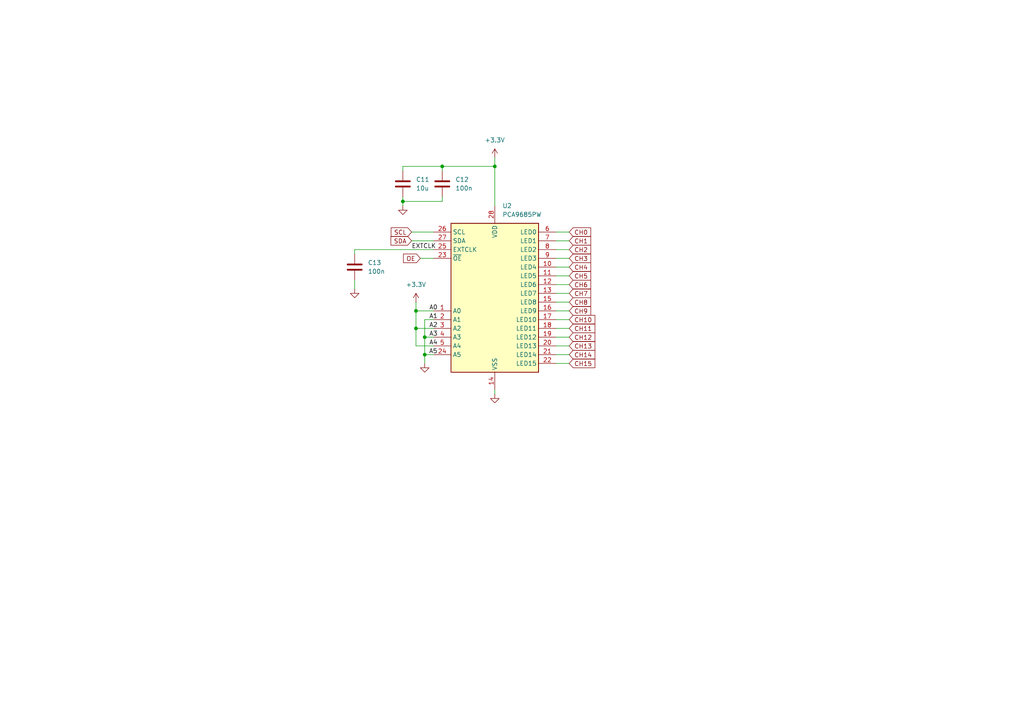
<source format=kicad_sch>
(kicad_sch
	(version 20231120)
	(generator "eeschema")
	(generator_version "8.0")
	(uuid "de0c18ae-7fca-4a10-8ec2-a957cdf7b531")
	(paper "A4")
	(lib_symbols
		(symbol "Device:C"
			(pin_numbers hide)
			(pin_names
				(offset 0.254)
			)
			(exclude_from_sim no)
			(in_bom yes)
			(on_board yes)
			(property "Reference" "C"
				(at 0.635 2.54 0)
				(effects
					(font
						(size 1.27 1.27)
					)
					(justify left)
				)
			)
			(property "Value" "C"
				(at 0.635 -2.54 0)
				(effects
					(font
						(size 1.27 1.27)
					)
					(justify left)
				)
			)
			(property "Footprint" ""
				(at 0.9652 -3.81 0)
				(effects
					(font
						(size 1.27 1.27)
					)
					(hide yes)
				)
			)
			(property "Datasheet" "~"
				(at 0 0 0)
				(effects
					(font
						(size 1.27 1.27)
					)
					(hide yes)
				)
			)
			(property "Description" "Unpolarized capacitor"
				(at 0 0 0)
				(effects
					(font
						(size 1.27 1.27)
					)
					(hide yes)
				)
			)
			(property "ki_keywords" "cap capacitor"
				(at 0 0 0)
				(effects
					(font
						(size 1.27 1.27)
					)
					(hide yes)
				)
			)
			(property "ki_fp_filters" "C_*"
				(at 0 0 0)
				(effects
					(font
						(size 1.27 1.27)
					)
					(hide yes)
				)
			)
			(symbol "C_0_1"
				(polyline
					(pts
						(xy -2.032 -0.762) (xy 2.032 -0.762)
					)
					(stroke
						(width 0.508)
						(type default)
					)
					(fill
						(type none)
					)
				)
				(polyline
					(pts
						(xy -2.032 0.762) (xy 2.032 0.762)
					)
					(stroke
						(width 0.508)
						(type default)
					)
					(fill
						(type none)
					)
				)
			)
			(symbol "C_1_1"
				(pin passive line
					(at 0 3.81 270)
					(length 2.794)
					(name "~"
						(effects
							(font
								(size 1.27 1.27)
							)
						)
					)
					(number "1"
						(effects
							(font
								(size 1.27 1.27)
							)
						)
					)
				)
				(pin passive line
					(at 0 -3.81 90)
					(length 2.794)
					(name "~"
						(effects
							(font
								(size 1.27 1.27)
							)
						)
					)
					(number "2"
						(effects
							(font
								(size 1.27 1.27)
							)
						)
					)
				)
			)
		)
		(symbol "Driver_LED:PCA9685PW"
			(exclude_from_sim no)
			(in_bom yes)
			(on_board yes)
			(property "Reference" "U"
				(at -12.7 22.225 0)
				(effects
					(font
						(size 1.27 1.27)
					)
					(justify left)
				)
			)
			(property "Value" "PCA9685PW"
				(at 1.27 22.225 0)
				(effects
					(font
						(size 1.27 1.27)
					)
					(justify left)
				)
			)
			(property "Footprint" "Package_SO:TSSOP-28_4.4x9.7mm_P0.65mm"
				(at 0.635 -24.765 0)
				(effects
					(font
						(size 1.27 1.27)
					)
					(justify left)
					(hide yes)
				)
			)
			(property "Datasheet" "http://www.nxp.com/docs/en/data-sheet/PCA9685.pdf"
				(at -10.16 17.78 0)
				(effects
					(font
						(size 1.27 1.27)
					)
					(hide yes)
				)
			)
			(property "Description" "16-channel 12-bit PWM Fm+ I2C-bus LED controller RGBA TSSOP"
				(at 0 0 0)
				(effects
					(font
						(size 1.27 1.27)
					)
					(hide yes)
				)
			)
			(property "ki_keywords" "PWM LED driver I2C TSSOP"
				(at 0 0 0)
				(effects
					(font
						(size 1.27 1.27)
					)
					(hide yes)
				)
			)
			(property "ki_fp_filters" "TSSOP*4.4x9.7mm*P0.65mm*"
				(at 0 0 0)
				(effects
					(font
						(size 1.27 1.27)
					)
					(hide yes)
				)
			)
			(symbol "PCA9685PW_0_1"
				(rectangle
					(start -12.7 20.32)
					(end 12.7 -22.86)
					(stroke
						(width 0.254)
						(type default)
					)
					(fill
						(type background)
					)
				)
			)
			(symbol "PCA9685PW_1_1"
				(pin input line
					(at -17.78 -5.08 0)
					(length 5.08)
					(name "A0"
						(effects
							(font
								(size 1.27 1.27)
							)
						)
					)
					(number "1"
						(effects
							(font
								(size 1.27 1.27)
							)
						)
					)
				)
				(pin output line
					(at 17.78 7.62 180)
					(length 5.08)
					(name "LED4"
						(effects
							(font
								(size 1.27 1.27)
							)
						)
					)
					(number "10"
						(effects
							(font
								(size 1.27 1.27)
							)
						)
					)
				)
				(pin output line
					(at 17.78 5.08 180)
					(length 5.08)
					(name "LED5"
						(effects
							(font
								(size 1.27 1.27)
							)
						)
					)
					(number "11"
						(effects
							(font
								(size 1.27 1.27)
							)
						)
					)
				)
				(pin output line
					(at 17.78 2.54 180)
					(length 5.08)
					(name "LED6"
						(effects
							(font
								(size 1.27 1.27)
							)
						)
					)
					(number "12"
						(effects
							(font
								(size 1.27 1.27)
							)
						)
					)
				)
				(pin output line
					(at 17.78 0 180)
					(length 5.08)
					(name "LED7"
						(effects
							(font
								(size 1.27 1.27)
							)
						)
					)
					(number "13"
						(effects
							(font
								(size 1.27 1.27)
							)
						)
					)
				)
				(pin power_in line
					(at 0 -27.94 90)
					(length 5.08)
					(name "VSS"
						(effects
							(font
								(size 1.27 1.27)
							)
						)
					)
					(number "14"
						(effects
							(font
								(size 1.27 1.27)
							)
						)
					)
				)
				(pin output line
					(at 17.78 -2.54 180)
					(length 5.08)
					(name "LED8"
						(effects
							(font
								(size 1.27 1.27)
							)
						)
					)
					(number "15"
						(effects
							(font
								(size 1.27 1.27)
							)
						)
					)
				)
				(pin output line
					(at 17.78 -5.08 180)
					(length 5.08)
					(name "LED9"
						(effects
							(font
								(size 1.27 1.27)
							)
						)
					)
					(number "16"
						(effects
							(font
								(size 1.27 1.27)
							)
						)
					)
				)
				(pin output line
					(at 17.78 -7.62 180)
					(length 5.08)
					(name "LED10"
						(effects
							(font
								(size 1.27 1.27)
							)
						)
					)
					(number "17"
						(effects
							(font
								(size 1.27 1.27)
							)
						)
					)
				)
				(pin output line
					(at 17.78 -10.16 180)
					(length 5.08)
					(name "LED11"
						(effects
							(font
								(size 1.27 1.27)
							)
						)
					)
					(number "18"
						(effects
							(font
								(size 1.27 1.27)
							)
						)
					)
				)
				(pin output line
					(at 17.78 -12.7 180)
					(length 5.08)
					(name "LED12"
						(effects
							(font
								(size 1.27 1.27)
							)
						)
					)
					(number "19"
						(effects
							(font
								(size 1.27 1.27)
							)
						)
					)
				)
				(pin input line
					(at -17.78 -7.62 0)
					(length 5.08)
					(name "A1"
						(effects
							(font
								(size 1.27 1.27)
							)
						)
					)
					(number "2"
						(effects
							(font
								(size 1.27 1.27)
							)
						)
					)
				)
				(pin output line
					(at 17.78 -15.24 180)
					(length 5.08)
					(name "LED13"
						(effects
							(font
								(size 1.27 1.27)
							)
						)
					)
					(number "20"
						(effects
							(font
								(size 1.27 1.27)
							)
						)
					)
				)
				(pin output line
					(at 17.78 -17.78 180)
					(length 5.08)
					(name "LED14"
						(effects
							(font
								(size 1.27 1.27)
							)
						)
					)
					(number "21"
						(effects
							(font
								(size 1.27 1.27)
							)
						)
					)
				)
				(pin output line
					(at 17.78 -20.32 180)
					(length 5.08)
					(name "LED15"
						(effects
							(font
								(size 1.27 1.27)
							)
						)
					)
					(number "22"
						(effects
							(font
								(size 1.27 1.27)
							)
						)
					)
				)
				(pin input line
					(at -17.78 10.16 0)
					(length 5.08)
					(name "~{OE}"
						(effects
							(font
								(size 1.27 1.27)
							)
						)
					)
					(number "23"
						(effects
							(font
								(size 1.27 1.27)
							)
						)
					)
				)
				(pin input line
					(at -17.78 -17.78 0)
					(length 5.08)
					(name "A5"
						(effects
							(font
								(size 1.27 1.27)
							)
						)
					)
					(number "24"
						(effects
							(font
								(size 1.27 1.27)
							)
						)
					)
				)
				(pin input line
					(at -17.78 12.7 0)
					(length 5.08)
					(name "EXTCLK"
						(effects
							(font
								(size 1.27 1.27)
							)
						)
					)
					(number "25"
						(effects
							(font
								(size 1.27 1.27)
							)
						)
					)
				)
				(pin input line
					(at -17.78 17.78 0)
					(length 5.08)
					(name "SCL"
						(effects
							(font
								(size 1.27 1.27)
							)
						)
					)
					(number "26"
						(effects
							(font
								(size 1.27 1.27)
							)
						)
					)
				)
				(pin bidirectional line
					(at -17.78 15.24 0)
					(length 5.08)
					(name "SDA"
						(effects
							(font
								(size 1.27 1.27)
							)
						)
					)
					(number "27"
						(effects
							(font
								(size 1.27 1.27)
							)
						)
					)
				)
				(pin power_in line
					(at 0 25.4 270)
					(length 5.08)
					(name "VDD"
						(effects
							(font
								(size 1.27 1.27)
							)
						)
					)
					(number "28"
						(effects
							(font
								(size 1.27 1.27)
							)
						)
					)
				)
				(pin input line
					(at -17.78 -10.16 0)
					(length 5.08)
					(name "A2"
						(effects
							(font
								(size 1.27 1.27)
							)
						)
					)
					(number "3"
						(effects
							(font
								(size 1.27 1.27)
							)
						)
					)
				)
				(pin input line
					(at -17.78 -12.7 0)
					(length 5.08)
					(name "A3"
						(effects
							(font
								(size 1.27 1.27)
							)
						)
					)
					(number "4"
						(effects
							(font
								(size 1.27 1.27)
							)
						)
					)
				)
				(pin input line
					(at -17.78 -15.24 0)
					(length 5.08)
					(name "A4"
						(effects
							(font
								(size 1.27 1.27)
							)
						)
					)
					(number "5"
						(effects
							(font
								(size 1.27 1.27)
							)
						)
					)
				)
				(pin output line
					(at 17.78 17.78 180)
					(length 5.08)
					(name "LED0"
						(effects
							(font
								(size 1.27 1.27)
							)
						)
					)
					(number "6"
						(effects
							(font
								(size 1.27 1.27)
							)
						)
					)
				)
				(pin output line
					(at 17.78 15.24 180)
					(length 5.08)
					(name "LED1"
						(effects
							(font
								(size 1.27 1.27)
							)
						)
					)
					(number "7"
						(effects
							(font
								(size 1.27 1.27)
							)
						)
					)
				)
				(pin output line
					(at 17.78 12.7 180)
					(length 5.08)
					(name "LED2"
						(effects
							(font
								(size 1.27 1.27)
							)
						)
					)
					(number "8"
						(effects
							(font
								(size 1.27 1.27)
							)
						)
					)
				)
				(pin output line
					(at 17.78 10.16 180)
					(length 5.08)
					(name "LED3"
						(effects
							(font
								(size 1.27 1.27)
							)
						)
					)
					(number "9"
						(effects
							(font
								(size 1.27 1.27)
							)
						)
					)
				)
			)
		)
		(symbol "power:+3.3V"
			(power)
			(pin_numbers hide)
			(pin_names
				(offset 0) hide)
			(exclude_from_sim no)
			(in_bom yes)
			(on_board yes)
			(property "Reference" "#PWR"
				(at 0 -3.81 0)
				(effects
					(font
						(size 1.27 1.27)
					)
					(hide yes)
				)
			)
			(property "Value" "+3.3V"
				(at 0 3.556 0)
				(effects
					(font
						(size 1.27 1.27)
					)
				)
			)
			(property "Footprint" ""
				(at 0 0 0)
				(effects
					(font
						(size 1.27 1.27)
					)
					(hide yes)
				)
			)
			(property "Datasheet" ""
				(at 0 0 0)
				(effects
					(font
						(size 1.27 1.27)
					)
					(hide yes)
				)
			)
			(property "Description" "Power symbol creates a global label with name \"+3.3V\""
				(at 0 0 0)
				(effects
					(font
						(size 1.27 1.27)
					)
					(hide yes)
				)
			)
			(property "ki_keywords" "global power"
				(at 0 0 0)
				(effects
					(font
						(size 1.27 1.27)
					)
					(hide yes)
				)
			)
			(symbol "+3.3V_0_1"
				(polyline
					(pts
						(xy -0.762 1.27) (xy 0 2.54)
					)
					(stroke
						(width 0)
						(type default)
					)
					(fill
						(type none)
					)
				)
				(polyline
					(pts
						(xy 0 0) (xy 0 2.54)
					)
					(stroke
						(width 0)
						(type default)
					)
					(fill
						(type none)
					)
				)
				(polyline
					(pts
						(xy 0 2.54) (xy 0.762 1.27)
					)
					(stroke
						(width 0)
						(type default)
					)
					(fill
						(type none)
					)
				)
			)
			(symbol "+3.3V_1_1"
				(pin power_in line
					(at 0 0 90)
					(length 0)
					(name "~"
						(effects
							(font
								(size 1.27 1.27)
							)
						)
					)
					(number "1"
						(effects
							(font
								(size 1.27 1.27)
							)
						)
					)
				)
			)
		)
		(symbol "power:GND"
			(power)
			(pin_numbers hide)
			(pin_names
				(offset 0) hide)
			(exclude_from_sim no)
			(in_bom yes)
			(on_board yes)
			(property "Reference" "#PWR"
				(at 0 -6.35 0)
				(effects
					(font
						(size 1.27 1.27)
					)
					(hide yes)
				)
			)
			(property "Value" "GND"
				(at 0 -3.81 0)
				(effects
					(font
						(size 1.27 1.27)
					)
				)
			)
			(property "Footprint" ""
				(at 0 0 0)
				(effects
					(font
						(size 1.27 1.27)
					)
					(hide yes)
				)
			)
			(property "Datasheet" ""
				(at 0 0 0)
				(effects
					(font
						(size 1.27 1.27)
					)
					(hide yes)
				)
			)
			(property "Description" "Power symbol creates a global label with name \"GND\" , ground"
				(at 0 0 0)
				(effects
					(font
						(size 1.27 1.27)
					)
					(hide yes)
				)
			)
			(property "ki_keywords" "global power"
				(at 0 0 0)
				(effects
					(font
						(size 1.27 1.27)
					)
					(hide yes)
				)
			)
			(symbol "GND_0_1"
				(polyline
					(pts
						(xy 0 0) (xy 0 -1.27) (xy 1.27 -1.27) (xy 0 -2.54) (xy -1.27 -1.27) (xy 0 -1.27)
					)
					(stroke
						(width 0)
						(type default)
					)
					(fill
						(type none)
					)
				)
			)
			(symbol "GND_1_1"
				(pin power_in line
					(at 0 0 270)
					(length 0)
					(name "~"
						(effects
							(font
								(size 1.27 1.27)
							)
						)
					)
					(number "1"
						(effects
							(font
								(size 1.27 1.27)
							)
						)
					)
				)
			)
		)
	)
	(junction
		(at 116.84 58.42)
		(diameter 0)
		(color 0 0 0 0)
		(uuid "1983dcd7-48f7-4219-aea5-00e5df4f01ad")
	)
	(junction
		(at 123.19 97.79)
		(diameter 0)
		(color 0 0 0 0)
		(uuid "52c77572-af1e-4664-bbb2-4051ec622656")
	)
	(junction
		(at 120.65 95.25)
		(diameter 0)
		(color 0 0 0 0)
		(uuid "5bee5e8f-29f6-406c-820d-eb6e10e2e3c4")
	)
	(junction
		(at 143.51 48.26)
		(diameter 0)
		(color 0 0 0 0)
		(uuid "81d872b9-8105-4996-ae22-c8f2699d6a11")
	)
	(junction
		(at 120.65 90.17)
		(diameter 0)
		(color 0 0 0 0)
		(uuid "97a9bc9b-3c61-461b-a7e6-02b858d0c2b5")
	)
	(junction
		(at 128.27 48.26)
		(diameter 0)
		(color 0 0 0 0)
		(uuid "d6d69ed0-c38c-4f0e-ab3e-57647e7ab998")
	)
	(junction
		(at 123.19 102.87)
		(diameter 0)
		(color 0 0 0 0)
		(uuid "fe7d132d-b2ec-44c2-9a3b-29b72d0a88a4")
	)
	(wire
		(pts
			(xy 161.29 67.31) (xy 165.1 67.31)
		)
		(stroke
			(width 0)
			(type default)
		)
		(uuid "08b6fd2c-e536-4ebd-9971-adbc43afdb8c")
	)
	(wire
		(pts
			(xy 161.29 82.55) (xy 165.1 82.55)
		)
		(stroke
			(width 0)
			(type default)
		)
		(uuid "0f056619-f6ae-4831-8cab-fdea19bd1217")
	)
	(wire
		(pts
			(xy 123.19 92.71) (xy 125.73 92.71)
		)
		(stroke
			(width 0)
			(type default)
		)
		(uuid "1858f83b-3c86-4bef-ba29-299d4575d45b")
	)
	(wire
		(pts
			(xy 128.27 58.42) (xy 116.84 58.42)
		)
		(stroke
			(width 0)
			(type default)
		)
		(uuid "1da8df9c-7f05-44b9-9525-88bd57f4e3a6")
	)
	(wire
		(pts
			(xy 116.84 49.53) (xy 116.84 48.26)
		)
		(stroke
			(width 0)
			(type default)
		)
		(uuid "2687d09c-2829-45d1-9117-3900822072d0")
	)
	(wire
		(pts
			(xy 161.29 77.47) (xy 165.1 77.47)
		)
		(stroke
			(width 0)
			(type default)
		)
		(uuid "26e3163b-996e-4d5c-bf6b-4b39bd579798")
	)
	(wire
		(pts
			(xy 161.29 105.41) (xy 165.1 105.41)
		)
		(stroke
			(width 0)
			(type default)
		)
		(uuid "286e3929-ed46-4715-83da-523011406ae7")
	)
	(wire
		(pts
			(xy 143.51 45.72) (xy 143.51 48.26)
		)
		(stroke
			(width 0)
			(type default)
		)
		(uuid "33a0789a-076c-4673-8811-084444950770")
	)
	(wire
		(pts
			(xy 120.65 100.33) (xy 120.65 95.25)
		)
		(stroke
			(width 0)
			(type default)
		)
		(uuid "36870b91-48f9-4769-88b7-1ddfe71adc60")
	)
	(wire
		(pts
			(xy 161.29 85.09) (xy 165.1 85.09)
		)
		(stroke
			(width 0)
			(type default)
		)
		(uuid "395735ba-c2f8-4d51-a73f-14434b123bee")
	)
	(wire
		(pts
			(xy 123.19 97.79) (xy 125.73 97.79)
		)
		(stroke
			(width 0)
			(type default)
		)
		(uuid "3c6a5b2e-2bd4-4cb6-aefa-3c4590df454d")
	)
	(wire
		(pts
			(xy 120.65 90.17) (xy 120.65 95.25)
		)
		(stroke
			(width 0)
			(type default)
		)
		(uuid "41018b7e-29c9-4398-acf8-18928fe26c0e")
	)
	(wire
		(pts
			(xy 143.51 48.26) (xy 128.27 48.26)
		)
		(stroke
			(width 0)
			(type default)
		)
		(uuid "4176b66a-58d6-4920-888f-925fbd2d69f0")
	)
	(wire
		(pts
			(xy 116.84 48.26) (xy 128.27 48.26)
		)
		(stroke
			(width 0)
			(type default)
		)
		(uuid "42138a43-2415-46b5-b61b-7497bfaee846")
	)
	(wire
		(pts
			(xy 161.29 102.87) (xy 165.1 102.87)
		)
		(stroke
			(width 0)
			(type default)
		)
		(uuid "4493defb-d84e-4645-9ca6-fdd4430c23b1")
	)
	(wire
		(pts
			(xy 102.87 81.28) (xy 102.87 83.82)
		)
		(stroke
			(width 0)
			(type default)
		)
		(uuid "4662c15e-6d6f-40e1-ab28-bf3cbb4a2255")
	)
	(wire
		(pts
			(xy 120.65 95.25) (xy 125.73 95.25)
		)
		(stroke
			(width 0)
			(type default)
		)
		(uuid "47b17a91-8060-40fd-896b-0baec90c81e5")
	)
	(wire
		(pts
			(xy 116.84 58.42) (xy 116.84 59.69)
		)
		(stroke
			(width 0)
			(type default)
		)
		(uuid "4f4b7779-f1b7-457b-adab-b580912bb8d9")
	)
	(wire
		(pts
			(xy 161.29 80.01) (xy 165.1 80.01)
		)
		(stroke
			(width 0)
			(type default)
		)
		(uuid "57299ce3-1e2c-40c4-9abf-6b17dfe9ae96")
	)
	(wire
		(pts
			(xy 119.38 67.31) (xy 125.73 67.31)
		)
		(stroke
			(width 0)
			(type default)
		)
		(uuid "623273a8-647f-4bb2-a2fd-71d361b745e0")
	)
	(wire
		(pts
			(xy 128.27 57.15) (xy 128.27 58.42)
		)
		(stroke
			(width 0)
			(type default)
		)
		(uuid "627778da-b2ba-4b64-bcb4-8a4c22e89d6a")
	)
	(wire
		(pts
			(xy 143.51 113.03) (xy 143.51 114.3)
		)
		(stroke
			(width 0)
			(type default)
		)
		(uuid "64c13b5e-a4bb-4333-8006-b2461a7c8a2b")
	)
	(wire
		(pts
			(xy 120.65 87.63) (xy 120.65 90.17)
		)
		(stroke
			(width 0)
			(type default)
		)
		(uuid "67b2c153-edcc-44f1-bd19-1decaa01218c")
	)
	(wire
		(pts
			(xy 161.29 95.25) (xy 165.1 95.25)
		)
		(stroke
			(width 0)
			(type default)
		)
		(uuid "67e916b2-a9d6-49d6-b14c-564ed6f40d51")
	)
	(wire
		(pts
			(xy 123.19 102.87) (xy 125.73 102.87)
		)
		(stroke
			(width 0)
			(type default)
		)
		(uuid "74028270-e3c7-4b8c-bb71-485dba5a5c3b")
	)
	(wire
		(pts
			(xy 116.84 58.42) (xy 116.84 57.15)
		)
		(stroke
			(width 0)
			(type default)
		)
		(uuid "8a8e909f-f888-419e-8569-42c887bc8dc1")
	)
	(wire
		(pts
			(xy 123.19 102.87) (xy 123.19 105.41)
		)
		(stroke
			(width 0)
			(type default)
		)
		(uuid "93adfd4d-1164-45c4-a582-a3cd4725c757")
	)
	(wire
		(pts
			(xy 161.29 72.39) (xy 165.1 72.39)
		)
		(stroke
			(width 0)
			(type default)
		)
		(uuid "958e4a7a-6a48-41b1-93b7-1103873cfb2c")
	)
	(wire
		(pts
			(xy 161.29 87.63) (xy 165.1 87.63)
		)
		(stroke
			(width 0)
			(type default)
		)
		(uuid "98282288-94e3-4136-8db5-47fab8445ce7")
	)
	(wire
		(pts
			(xy 161.29 100.33) (xy 165.1 100.33)
		)
		(stroke
			(width 0)
			(type default)
		)
		(uuid "9f3320ce-fafa-42a0-bbfb-f44565664896")
	)
	(wire
		(pts
			(xy 102.87 72.39) (xy 125.73 72.39)
		)
		(stroke
			(width 0)
			(type default)
		)
		(uuid "a1d8c36b-d15a-4fa4-b56b-deada9b94ef2")
	)
	(wire
		(pts
			(xy 120.65 100.33) (xy 125.73 100.33)
		)
		(stroke
			(width 0)
			(type default)
		)
		(uuid "a8ad9410-d693-4a9d-9256-2f52d55f745d")
	)
	(wire
		(pts
			(xy 161.29 69.85) (xy 165.1 69.85)
		)
		(stroke
			(width 0)
			(type default)
		)
		(uuid "b69bc656-9da9-44e5-9319-5b6cf0d4d75a")
	)
	(wire
		(pts
			(xy 128.27 49.53) (xy 128.27 48.26)
		)
		(stroke
			(width 0)
			(type default)
		)
		(uuid "bcc6e347-9f45-4c96-8263-cc1edf27a4dd")
	)
	(wire
		(pts
			(xy 161.29 74.93) (xy 165.1 74.93)
		)
		(stroke
			(width 0)
			(type default)
		)
		(uuid "c989f7b6-07c3-46c6-adfb-6c75b93fb8fc")
	)
	(wire
		(pts
			(xy 161.29 90.17) (xy 165.1 90.17)
		)
		(stroke
			(width 0)
			(type default)
		)
		(uuid "cda77b5c-efaf-456b-885f-e4e175400483")
	)
	(wire
		(pts
			(xy 119.38 69.85) (xy 125.73 69.85)
		)
		(stroke
			(width 0)
			(type default)
		)
		(uuid "d56a39ca-3ab7-4c8b-8211-175357e475a6")
	)
	(wire
		(pts
			(xy 161.29 92.71) (xy 165.1 92.71)
		)
		(stroke
			(width 0)
			(type default)
		)
		(uuid "d8dd9e7f-0afd-4cc0-8c62-bcff1036d370")
	)
	(wire
		(pts
			(xy 120.65 90.17) (xy 125.73 90.17)
		)
		(stroke
			(width 0)
			(type default)
		)
		(uuid "dafd0bf0-c465-4dbf-b14c-6b707eff2b61")
	)
	(wire
		(pts
			(xy 143.51 59.69) (xy 143.51 48.26)
		)
		(stroke
			(width 0)
			(type default)
		)
		(uuid "e09b7fb0-fba8-4f75-b9c4-28104467ec4c")
	)
	(wire
		(pts
			(xy 121.92 74.93) (xy 125.73 74.93)
		)
		(stroke
			(width 0)
			(type default)
		)
		(uuid "e258f9fd-29b7-4873-a6d5-6dd23497cfc4")
	)
	(wire
		(pts
			(xy 123.19 97.79) (xy 123.19 102.87)
		)
		(stroke
			(width 0)
			(type default)
		)
		(uuid "e4999a17-d611-42de-8de2-bde8c066567b")
	)
	(wire
		(pts
			(xy 161.29 97.79) (xy 165.1 97.79)
		)
		(stroke
			(width 0)
			(type default)
		)
		(uuid "eb55ed34-b240-4155-a291-ff742673b0a6")
	)
	(wire
		(pts
			(xy 102.87 72.39) (xy 102.87 73.66)
		)
		(stroke
			(width 0)
			(type default)
		)
		(uuid "f35b34fd-6ebf-4f11-b70a-e9b6743890cf")
	)
	(wire
		(pts
			(xy 123.19 92.71) (xy 123.19 97.79)
		)
		(stroke
			(width 0)
			(type default)
		)
		(uuid "f4ffe3a2-2f39-4086-8437-d05b31af0383")
	)
	(label "A2"
		(at 124.46 95.25 0)
		(fields_autoplaced yes)
		(effects
			(font
				(size 1.27 1.27)
			)
			(justify left bottom)
		)
		(uuid "0f96c34a-1ac1-4db3-9422-739145132ca9")
	)
	(label "A3"
		(at 124.46 97.79 0)
		(fields_autoplaced yes)
		(effects
			(font
				(size 1.27 1.27)
			)
			(justify left bottom)
		)
		(uuid "26f6b4b7-4587-4741-8304-7bc97e8cc627")
	)
	(label "A5"
		(at 124.4099 102.87 0)
		(fields_autoplaced yes)
		(effects
			(font
				(size 1.27 1.27)
			)
			(justify left bottom)
		)
		(uuid "2ff23dc7-f905-46a1-8aa8-a203b29cc4cc")
	)
	(label "A0"
		(at 124.46 90.17 0)
		(fields_autoplaced yes)
		(effects
			(font
				(size 1.27 1.27)
			)
			(justify left bottom)
		)
		(uuid "4606a7ca-e674-49d5-a84c-caffea029c88")
	)
	(label "A4"
		(at 124.46 100.33 0)
		(fields_autoplaced yes)
		(effects
			(font
				(size 1.27 1.27)
			)
			(justify left bottom)
		)
		(uuid "8cadbc48-c3d7-4172-afc7-5a9e62e7eb5b")
	)
	(label "EXTCLK"
		(at 119.38 72.39 0)
		(fields_autoplaced yes)
		(effects
			(font
				(size 1.27 1.27)
			)
			(justify left bottom)
		)
		(uuid "99de8cb2-d16e-4418-969a-6a71f27d4cff")
	)
	(label "A1"
		(at 124.46 92.71 0)
		(fields_autoplaced yes)
		(effects
			(font
				(size 1.27 1.27)
			)
			(justify left bottom)
		)
		(uuid "a5bdcf6c-a47e-4555-a219-89273d89f853")
	)
	(global_label "OE"
		(shape input)
		(at 121.92 74.93 180)
		(fields_autoplaced yes)
		(effects
			(font
				(size 1.27 1.27)
			)
			(justify right)
		)
		(uuid "05e24d0d-967b-4eda-adcb-7463d3bdc885")
		(property "Intersheetrefs" "${INTERSHEET_REFS}"
			(at 116.4553 74.93 0)
			(effects
				(font
					(size 1.27 1.27)
				)
				(justify right)
				(hide yes)
			)
		)
	)
	(global_label "CH14"
		(shape input)
		(at 165.1 102.87 0)
		(fields_autoplaced yes)
		(effects
			(font
				(size 1.27 1.27)
			)
			(justify left)
		)
		(uuid "06a084c3-da7e-4655-897e-3af03cab336c")
		(property "Intersheetrefs" "${INTERSHEET_REFS}"
			(at 173.1047 102.87 0)
			(effects
				(font
					(size 1.27 1.27)
				)
				(justify left)
				(hide yes)
			)
		)
	)
	(global_label "CH1"
		(shape input)
		(at 165.1 69.85 0)
		(fields_autoplaced yes)
		(effects
			(font
				(size 1.27 1.27)
			)
			(justify left)
		)
		(uuid "14707be0-019a-42f7-a2ab-314deac8e92b")
		(property "Intersheetrefs" "${INTERSHEET_REFS}"
			(at 171.8952 69.85 0)
			(effects
				(font
					(size 1.27 1.27)
				)
				(justify left)
				(hide yes)
			)
		)
	)
	(global_label "CH3"
		(shape input)
		(at 165.1 74.93 0)
		(fields_autoplaced yes)
		(effects
			(font
				(size 1.27 1.27)
			)
			(justify left)
		)
		(uuid "21f85433-1267-4a2e-98f9-ae883ee8c920")
		(property "Intersheetrefs" "${INTERSHEET_REFS}"
			(at 171.8952 74.93 0)
			(effects
				(font
					(size 1.27 1.27)
				)
				(justify left)
				(hide yes)
			)
		)
	)
	(global_label "SCL"
		(shape input)
		(at 119.38 67.31 180)
		(fields_autoplaced yes)
		(effects
			(font
				(size 1.27 1.27)
			)
			(justify right)
		)
		(uuid "2da3e609-dd41-4077-a1f0-b067eac9f04c")
		(property "Intersheetrefs" "${INTERSHEET_REFS}"
			(at 112.8872 67.31 0)
			(effects
				(font
					(size 1.27 1.27)
				)
				(justify right)
				(hide yes)
			)
		)
	)
	(global_label "CH2"
		(shape input)
		(at 165.1 72.39 0)
		(fields_autoplaced yes)
		(effects
			(font
				(size 1.27 1.27)
			)
			(justify left)
		)
		(uuid "372ee302-016d-469f-808b-2385f5999f3b")
		(property "Intersheetrefs" "${INTERSHEET_REFS}"
			(at 171.8952 72.39 0)
			(effects
				(font
					(size 1.27 1.27)
				)
				(justify left)
				(hide yes)
			)
		)
	)
	(global_label "SDA"
		(shape input)
		(at 119.38 69.85 180)
		(fields_autoplaced yes)
		(effects
			(font
				(size 1.27 1.27)
			)
			(justify right)
		)
		(uuid "538cdcc0-bf28-4d9d-bfce-84a85174a4fd")
		(property "Intersheetrefs" "${INTERSHEET_REFS}"
			(at 112.8267 69.85 0)
			(effects
				(font
					(size 1.27 1.27)
				)
				(justify right)
				(hide yes)
			)
		)
	)
	(global_label "CH7"
		(shape input)
		(at 165.1 85.09 0)
		(fields_autoplaced yes)
		(effects
			(font
				(size 1.27 1.27)
			)
			(justify left)
		)
		(uuid "80d61cca-1a2e-4b31-9c77-724234a34014")
		(property "Intersheetrefs" "${INTERSHEET_REFS}"
			(at 171.8952 85.09 0)
			(effects
				(font
					(size 1.27 1.27)
				)
				(justify left)
				(hide yes)
			)
		)
	)
	(global_label "CH11"
		(shape input)
		(at 165.1 95.25 0)
		(fields_autoplaced yes)
		(effects
			(font
				(size 1.27 1.27)
			)
			(justify left)
		)
		(uuid "888d13d4-2400-4fb8-8c59-158738f7c055")
		(property "Intersheetrefs" "${INTERSHEET_REFS}"
			(at 173.1047 95.25 0)
			(effects
				(font
					(size 1.27 1.27)
				)
				(justify left)
				(hide yes)
			)
		)
	)
	(global_label "CH15"
		(shape input)
		(at 165.1 105.41 0)
		(fields_autoplaced yes)
		(effects
			(font
				(size 1.27 1.27)
			)
			(justify left)
		)
		(uuid "94943ad9-c4c8-4e6e-ba0e-58399ba467ce")
		(property "Intersheetrefs" "${INTERSHEET_REFS}"
			(at 173.1047 105.41 0)
			(effects
				(font
					(size 1.27 1.27)
				)
				(justify left)
				(hide yes)
			)
		)
	)
	(global_label "CH4"
		(shape input)
		(at 165.1 77.47 0)
		(fields_autoplaced yes)
		(effects
			(font
				(size 1.27 1.27)
			)
			(justify left)
		)
		(uuid "a23d978e-2eb3-4c4c-acff-266e33953f42")
		(property "Intersheetrefs" "${INTERSHEET_REFS}"
			(at 171.8952 77.47 0)
			(effects
				(font
					(size 1.27 1.27)
				)
				(justify left)
				(hide yes)
			)
		)
	)
	(global_label "CH10"
		(shape input)
		(at 165.1 92.71 0)
		(fields_autoplaced yes)
		(effects
			(font
				(size 1.27 1.27)
			)
			(justify left)
		)
		(uuid "a35f331b-109c-457e-908c-a5e992f65738")
		(property "Intersheetrefs" "${INTERSHEET_REFS}"
			(at 173.1047 92.71 0)
			(effects
				(font
					(size 1.27 1.27)
				)
				(justify left)
				(hide yes)
			)
		)
	)
	(global_label "CH5"
		(shape input)
		(at 165.1 80.01 0)
		(fields_autoplaced yes)
		(effects
			(font
				(size 1.27 1.27)
			)
			(justify left)
		)
		(uuid "b4558b5f-4f90-430c-860b-c1aab1f95588")
		(property "Intersheetrefs" "${INTERSHEET_REFS}"
			(at 171.8952 80.01 0)
			(effects
				(font
					(size 1.27 1.27)
				)
				(justify left)
				(hide yes)
			)
		)
	)
	(global_label "CH6"
		(shape input)
		(at 165.1 82.55 0)
		(fields_autoplaced yes)
		(effects
			(font
				(size 1.27 1.27)
			)
			(justify left)
		)
		(uuid "bb6005c9-a42a-46b7-b713-380c4e7a9045")
		(property "Intersheetrefs" "${INTERSHEET_REFS}"
			(at 171.8952 82.55 0)
			(effects
				(font
					(size 1.27 1.27)
				)
				(justify left)
				(hide yes)
			)
		)
	)
	(global_label "CH13"
		(shape input)
		(at 165.1 100.33 0)
		(fields_autoplaced yes)
		(effects
			(font
				(size 1.27 1.27)
			)
			(justify left)
		)
		(uuid "c4ded69c-ef41-4bef-bf87-0195196febf9")
		(property "Intersheetrefs" "${INTERSHEET_REFS}"
			(at 173.1047 100.33 0)
			(effects
				(font
					(size 1.27 1.27)
				)
				(justify left)
				(hide yes)
			)
		)
	)
	(global_label "CH9"
		(shape input)
		(at 165.1 90.17 0)
		(fields_autoplaced yes)
		(effects
			(font
				(size 1.27 1.27)
			)
			(justify left)
		)
		(uuid "ce27ab1c-3692-4fc0-a7f3-77e79c5367ba")
		(property "Intersheetrefs" "${INTERSHEET_REFS}"
			(at 171.8952 90.17 0)
			(effects
				(font
					(size 1.27 1.27)
				)
				(justify left)
				(hide yes)
			)
		)
	)
	(global_label "CH0"
		(shape input)
		(at 165.1 67.31 0)
		(fields_autoplaced yes)
		(effects
			(font
				(size 1.27 1.27)
			)
			(justify left)
		)
		(uuid "e18d7f17-97c2-40fc-8d72-c31401d0b824")
		(property "Intersheetrefs" "${INTERSHEET_REFS}"
			(at 171.8952 67.31 0)
			(effects
				(font
					(size 1.27 1.27)
				)
				(justify left)
				(hide yes)
			)
		)
	)
	(global_label "CH8"
		(shape input)
		(at 165.1 87.63 0)
		(fields_autoplaced yes)
		(effects
			(font
				(size 1.27 1.27)
			)
			(justify left)
		)
		(uuid "f6d55f9a-62b4-44f9-9a89-584d7de494d7")
		(property "Intersheetrefs" "${INTERSHEET_REFS}"
			(at 171.8952 87.63 0)
			(effects
				(font
					(size 1.27 1.27)
				)
				(justify left)
				(hide yes)
			)
		)
	)
	(global_label "CH12"
		(shape input)
		(at 165.1 97.79 0)
		(fields_autoplaced yes)
		(effects
			(font
				(size 1.27 1.27)
			)
			(justify left)
		)
		(uuid "f85c0daf-1732-4eca-8b45-44846e8a97ea")
		(property "Intersheetrefs" "${INTERSHEET_REFS}"
			(at 173.1047 97.79 0)
			(effects
				(font
					(size 1.27 1.27)
				)
				(justify left)
				(hide yes)
			)
		)
	)
	(symbol
		(lib_id "power:+3.3V")
		(at 143.51 45.72 0)
		(unit 1)
		(exclude_from_sim no)
		(in_bom yes)
		(on_board yes)
		(dnp no)
		(fields_autoplaced yes)
		(uuid "02c6116c-b075-4691-a861-c1136dedab7c")
		(property "Reference" "#PWR014"
			(at 143.51 49.53 0)
			(effects
				(font
					(size 1.27 1.27)
				)
				(hide yes)
			)
		)
		(property "Value" "+3.3V"
			(at 143.51 40.64 0)
			(effects
				(font
					(size 1.27 1.27)
				)
			)
		)
		(property "Footprint" ""
			(at 143.51 45.72 0)
			(effects
				(font
					(size 1.27 1.27)
				)
				(hide yes)
			)
		)
		(property "Datasheet" ""
			(at 143.51 45.72 0)
			(effects
				(font
					(size 1.27 1.27)
				)
				(hide yes)
			)
		)
		(property "Description" "Power symbol creates a global label with name \"+3.3V\""
			(at 143.51 45.72 0)
			(effects
				(font
					(size 1.27 1.27)
				)
				(hide yes)
			)
		)
		(pin "1"
			(uuid "4b7425c6-31ab-4973-88b5-785191bc8dec")
		)
		(instances
			(project ""
				(path "/9f0161d0-326e-4ea6-b280-8727e2fd4ed6/52d2a019-114a-4ce9-96a4-9025dd9eb72a"
					(reference "#PWR014")
					(unit 1)
				)
			)
		)
	)
	(symbol
		(lib_id "Device:C")
		(at 102.87 77.47 0)
		(unit 1)
		(exclude_from_sim no)
		(in_bom yes)
		(on_board yes)
		(dnp no)
		(fields_autoplaced yes)
		(uuid "1598dfef-133a-4ec0-9861-02081c4904f3")
		(property "Reference" "C13"
			(at 106.68 76.1999 0)
			(effects
				(font
					(size 1.27 1.27)
				)
				(justify left)
			)
		)
		(property "Value" "100n"
			(at 106.68 78.7399 0)
			(effects
				(font
					(size 1.27 1.27)
				)
				(justify left)
			)
		)
		(property "Footprint" "Capacitor_SMD:C_0402_1005Metric"
			(at 103.8352 81.28 0)
			(effects
				(font
					(size 1.27 1.27)
				)
				(hide yes)
			)
		)
		(property "Datasheet" "~"
			(at 102.87 77.47 0)
			(effects
				(font
					(size 1.27 1.27)
				)
				(hide yes)
			)
		)
		(property "Description" "Unpolarized capacitor"
			(at 102.87 77.47 0)
			(effects
				(font
					(size 1.27 1.27)
				)
				(hide yes)
			)
		)
		(pin "1"
			(uuid "a1bad36e-a826-4c39-8d56-7e91ba1e8b1b")
		)
		(pin "2"
			(uuid "5db2f1e8-09c3-416e-94d6-6772eb190365")
		)
		(instances
			(project "V1.02"
				(path "/9f0161d0-326e-4ea6-b280-8727e2fd4ed6/52d2a019-114a-4ce9-96a4-9025dd9eb72a"
					(reference "C13")
					(unit 1)
				)
			)
		)
	)
	(symbol
		(lib_id "Device:C")
		(at 116.84 53.34 0)
		(unit 1)
		(exclude_from_sim no)
		(in_bom yes)
		(on_board yes)
		(dnp no)
		(fields_autoplaced yes)
		(uuid "2610681d-8180-4961-889f-5676c79c26a8")
		(property "Reference" "C11"
			(at 120.65 52.0699 0)
			(effects
				(font
					(size 1.27 1.27)
				)
				(justify left)
			)
		)
		(property "Value" "10u"
			(at 120.65 54.6099 0)
			(effects
				(font
					(size 1.27 1.27)
				)
				(justify left)
			)
		)
		(property "Footprint" "Capacitor_SMD:C_0603_1608Metric"
			(at 117.8052 57.15 0)
			(effects
				(font
					(size 1.27 1.27)
				)
				(hide yes)
			)
		)
		(property "Datasheet" "~"
			(at 116.84 53.34 0)
			(effects
				(font
					(size 1.27 1.27)
				)
				(hide yes)
			)
		)
		(property "Description" "Unpolarized capacitor"
			(at 116.84 53.34 0)
			(effects
				(font
					(size 1.27 1.27)
				)
				(hide yes)
			)
		)
		(pin "1"
			(uuid "baa84fc6-7e19-492e-a973-c88c4d7d5060")
		)
		(pin "2"
			(uuid "789bc9e4-756f-493b-853b-d511181f97b2")
		)
		(instances
			(project ""
				(path "/9f0161d0-326e-4ea6-b280-8727e2fd4ed6/52d2a019-114a-4ce9-96a4-9025dd9eb72a"
					(reference "C11")
					(unit 1)
				)
			)
		)
	)
	(symbol
		(lib_id "Device:C")
		(at 128.27 53.34 0)
		(unit 1)
		(exclude_from_sim no)
		(in_bom yes)
		(on_board yes)
		(dnp no)
		(fields_autoplaced yes)
		(uuid "2b15bd5b-82ec-4212-8f6b-b0dbdd930e41")
		(property "Reference" "C12"
			(at 132.08 52.0699 0)
			(effects
				(font
					(size 1.27 1.27)
				)
				(justify left)
			)
		)
		(property "Value" "100n"
			(at 132.08 54.6099 0)
			(effects
				(font
					(size 1.27 1.27)
				)
				(justify left)
			)
		)
		(property "Footprint" "Capacitor_SMD:C_0402_1005Metric"
			(at 129.2352 57.15 0)
			(effects
				(font
					(size 1.27 1.27)
				)
				(hide yes)
			)
		)
		(property "Datasheet" "~"
			(at 128.27 53.34 0)
			(effects
				(font
					(size 1.27 1.27)
				)
				(hide yes)
			)
		)
		(property "Description" "Unpolarized capacitor"
			(at 128.27 53.34 0)
			(effects
				(font
					(size 1.27 1.27)
				)
				(hide yes)
			)
		)
		(pin "1"
			(uuid "d3a7657f-f03b-4e85-99e8-2fdea6e018de")
		)
		(pin "2"
			(uuid "4cd08545-c558-4243-a994-09b590627ed2")
		)
		(instances
			(project "V1.02"
				(path "/9f0161d0-326e-4ea6-b280-8727e2fd4ed6/52d2a019-114a-4ce9-96a4-9025dd9eb72a"
					(reference "C12")
					(unit 1)
				)
			)
		)
	)
	(symbol
		(lib_id "power:+3.3V")
		(at 120.65 87.63 0)
		(unit 1)
		(exclude_from_sim no)
		(in_bom yes)
		(on_board yes)
		(dnp no)
		(fields_autoplaced yes)
		(uuid "678c2248-28bf-4820-aa61-0da0250f5f32")
		(property "Reference" "#PWR051"
			(at 120.65 91.44 0)
			(effects
				(font
					(size 1.27 1.27)
				)
				(hide yes)
			)
		)
		(property "Value" "+3.3V"
			(at 120.65 82.55 0)
			(effects
				(font
					(size 1.27 1.27)
				)
			)
		)
		(property "Footprint" ""
			(at 120.65 87.63 0)
			(effects
				(font
					(size 1.27 1.27)
				)
				(hide yes)
			)
		)
		(property "Datasheet" ""
			(at 120.65 87.63 0)
			(effects
				(font
					(size 1.27 1.27)
				)
				(hide yes)
			)
		)
		(property "Description" "Power symbol creates a global label with name \"+3.3V\""
			(at 120.65 87.63 0)
			(effects
				(font
					(size 1.27 1.27)
				)
				(hide yes)
			)
		)
		(pin "1"
			(uuid "805fb483-9a77-478a-8851-02e9ef4d75ba")
		)
		(instances
			(project "V1.02"
				(path "/9f0161d0-326e-4ea6-b280-8727e2fd4ed6/52d2a019-114a-4ce9-96a4-9025dd9eb72a"
					(reference "#PWR051")
					(unit 1)
				)
			)
		)
	)
	(symbol
		(lib_id "power:GND")
		(at 102.87 83.82 0)
		(unit 1)
		(exclude_from_sim no)
		(in_bom yes)
		(on_board yes)
		(dnp no)
		(fields_autoplaced yes)
		(uuid "681a7e5f-02b3-4b60-80fa-3c446516164e")
		(property "Reference" "#PWR013"
			(at 102.87 90.17 0)
			(effects
				(font
					(size 1.27 1.27)
				)
				(hide yes)
			)
		)
		(property "Value" "GND"
			(at 102.87 88.9 0)
			(effects
				(font
					(size 1.27 1.27)
				)
				(hide yes)
			)
		)
		(property "Footprint" ""
			(at 102.87 83.82 0)
			(effects
				(font
					(size 1.27 1.27)
				)
				(hide yes)
			)
		)
		(property "Datasheet" ""
			(at 102.87 83.82 0)
			(effects
				(font
					(size 1.27 1.27)
				)
				(hide yes)
			)
		)
		(property "Description" "Power symbol creates a global label with name \"GND\" , ground"
			(at 102.87 83.82 0)
			(effects
				(font
					(size 1.27 1.27)
				)
				(hide yes)
			)
		)
		(pin "1"
			(uuid "51b6d756-3e34-4ad3-81f0-9f97da8ac219")
		)
		(instances
			(project "V1.02"
				(path "/9f0161d0-326e-4ea6-b280-8727e2fd4ed6/52d2a019-114a-4ce9-96a4-9025dd9eb72a"
					(reference "#PWR013")
					(unit 1)
				)
			)
		)
	)
	(symbol
		(lib_id "Driver_LED:PCA9685PW")
		(at 143.51 85.09 0)
		(unit 1)
		(exclude_from_sim no)
		(in_bom yes)
		(on_board yes)
		(dnp no)
		(fields_autoplaced yes)
		(uuid "7bfab0e4-f5c5-4e1f-aa95-44fdf1af9432")
		(property "Reference" "U2"
			(at 145.7041 59.69 0)
			(effects
				(font
					(size 1.27 1.27)
				)
				(justify left)
			)
		)
		(property "Value" "PCA9685PW"
			(at 145.7041 62.23 0)
			(effects
				(font
					(size 1.27 1.27)
				)
				(justify left)
			)
		)
		(property "Footprint" "Package_SO:TSSOP-28_4.4x9.7mm_P0.65mm"
			(at 144.145 109.855 0)
			(effects
				(font
					(size 1.27 1.27)
				)
				(justify left)
				(hide yes)
			)
		)
		(property "Datasheet" "http://www.nxp.com/docs/en/data-sheet/PCA9685.pdf"
			(at 133.35 67.31 0)
			(effects
				(font
					(size 1.27 1.27)
				)
				(hide yes)
			)
		)
		(property "Description" "16-channel 12-bit PWM Fm+ I2C-bus LED controller RGBA TSSOP"
			(at 143.51 85.09 0)
			(effects
				(font
					(size 1.27 1.27)
				)
				(hide yes)
			)
		)
		(pin "15"
			(uuid "1647248f-5d51-4ace-a8d5-0fa012d467ea")
		)
		(pin "2"
			(uuid "2714870b-7386-4b1e-a296-9b12eb7e630c")
		)
		(pin "5"
			(uuid "bc148350-c7d5-42d2-b922-b86ce8554b23")
		)
		(pin "17"
			(uuid "41045b2f-aa68-491a-9f7a-37dc80137609")
		)
		(pin "18"
			(uuid "2e238815-775d-45c1-92a9-625f5517d431")
		)
		(pin "21"
			(uuid "7b5009a6-9462-48e7-8936-64b257bb2170")
		)
		(pin "7"
			(uuid "ac1d65ae-9002-4d00-a30c-cd8f3d560749")
		)
		(pin "12"
			(uuid "be53b58c-d50f-4dcc-8471-41a871f93108")
		)
		(pin "19"
			(uuid "3822e3d1-e748-42c1-b571-74c38417f971")
		)
		(pin "25"
			(uuid "a594c0ab-3d4e-4b63-abad-768a956734e1")
		)
		(pin "26"
			(uuid "c425801a-3a28-4071-924b-7420a825f88a")
		)
		(pin "4"
			(uuid "31a3cc0a-92ac-49b4-b8be-5b2aabd10351")
		)
		(pin "11"
			(uuid "f06ff2ed-728a-4ea3-b804-0583e366cfcb")
		)
		(pin "20"
			(uuid "19f48825-5935-429d-82cd-88a094ed50f6")
		)
		(pin "6"
			(uuid "43060ddd-01d5-4df3-a687-3ce7fbcbef95")
		)
		(pin "10"
			(uuid "4c98875a-ff08-477a-af11-68524bec42b0")
		)
		(pin "14"
			(uuid "0c08c407-2bd8-4080-85d7-004dc21b2d16")
		)
		(pin "22"
			(uuid "f2c7f743-f76b-4642-b928-0b9259c71bcb")
		)
		(pin "23"
			(uuid "20d6bdc2-c13a-4010-9120-bb60f6de520e")
		)
		(pin "3"
			(uuid "3fa9e816-78b3-4e33-ae8d-056e4e0ecf77")
		)
		(pin "24"
			(uuid "13ab5faf-1b6c-4821-bdc1-0c0e99c7e3b6")
		)
		(pin "27"
			(uuid "898beb8b-4c89-40e1-b86f-46e36da58773")
		)
		(pin "1"
			(uuid "7b875f39-abf3-491d-adea-4f2a3a647223")
		)
		(pin "13"
			(uuid "258ce502-794a-4036-bff9-e053f598709b")
		)
		(pin "9"
			(uuid "42a4f301-3fc5-455f-8dfa-777d55b6b4ff")
		)
		(pin "28"
			(uuid "5379b6ce-17a1-4222-adb0-6af0ceb16d22")
		)
		(pin "8"
			(uuid "fdcccd4d-fa45-460f-adc2-6eec3cf177a4")
		)
		(pin "16"
			(uuid "54dead5a-31ea-4fdb-bd98-ac9f140cee0e")
		)
		(instances
			(project ""
				(path "/9f0161d0-326e-4ea6-b280-8727e2fd4ed6/52d2a019-114a-4ce9-96a4-9025dd9eb72a"
					(reference "U2")
					(unit 1)
				)
			)
		)
	)
	(symbol
		(lib_id "power:GND")
		(at 143.51 114.3 0)
		(unit 1)
		(exclude_from_sim no)
		(in_bom yes)
		(on_board yes)
		(dnp no)
		(fields_autoplaced yes)
		(uuid "811ae3be-18d6-492d-921b-e62fb48f05ca")
		(property "Reference" "#PWR012"
			(at 143.51 120.65 0)
			(effects
				(font
					(size 1.27 1.27)
				)
				(hide yes)
			)
		)
		(property "Value" "GND"
			(at 143.51 119.38 0)
			(effects
				(font
					(size 1.27 1.27)
				)
				(hide yes)
			)
		)
		(property "Footprint" ""
			(at 143.51 114.3 0)
			(effects
				(font
					(size 1.27 1.27)
				)
				(hide yes)
			)
		)
		(property "Datasheet" ""
			(at 143.51 114.3 0)
			(effects
				(font
					(size 1.27 1.27)
				)
				(hide yes)
			)
		)
		(property "Description" "Power symbol creates a global label with name \"GND\" , ground"
			(at 143.51 114.3 0)
			(effects
				(font
					(size 1.27 1.27)
				)
				(hide yes)
			)
		)
		(pin "1"
			(uuid "993577b0-894c-499c-a914-acab213e478e")
		)
		(instances
			(project "V1.02"
				(path "/9f0161d0-326e-4ea6-b280-8727e2fd4ed6/52d2a019-114a-4ce9-96a4-9025dd9eb72a"
					(reference "#PWR012")
					(unit 1)
				)
			)
		)
	)
	(symbol
		(lib_id "power:GND")
		(at 116.84 59.69 0)
		(unit 1)
		(exclude_from_sim no)
		(in_bom yes)
		(on_board yes)
		(dnp no)
		(fields_autoplaced yes)
		(uuid "8cd9b35b-868d-403b-9a0d-09d8d5837599")
		(property "Reference" "#PWR011"
			(at 116.84 66.04 0)
			(effects
				(font
					(size 1.27 1.27)
				)
				(hide yes)
			)
		)
		(property "Value" "GND"
			(at 116.84 64.77 0)
			(effects
				(font
					(size 1.27 1.27)
				)
				(hide yes)
			)
		)
		(property "Footprint" ""
			(at 116.84 59.69 0)
			(effects
				(font
					(size 1.27 1.27)
				)
				(hide yes)
			)
		)
		(property "Datasheet" ""
			(at 116.84 59.69 0)
			(effects
				(font
					(size 1.27 1.27)
				)
				(hide yes)
			)
		)
		(property "Description" "Power symbol creates a global label with name \"GND\" , ground"
			(at 116.84 59.69 0)
			(effects
				(font
					(size 1.27 1.27)
				)
				(hide yes)
			)
		)
		(pin "1"
			(uuid "01f6b982-83b3-4911-86c2-9a3da5ce0a78")
		)
		(instances
			(project ""
				(path "/9f0161d0-326e-4ea6-b280-8727e2fd4ed6/52d2a019-114a-4ce9-96a4-9025dd9eb72a"
					(reference "#PWR011")
					(unit 1)
				)
			)
		)
	)
	(symbol
		(lib_id "power:GND")
		(at 123.19 105.41 0)
		(unit 1)
		(exclude_from_sim no)
		(in_bom yes)
		(on_board yes)
		(dnp no)
		(fields_autoplaced yes)
		(uuid "d88cc01f-c72a-4eb8-bb4c-f27db97209a7")
		(property "Reference" "#PWR017"
			(at 123.19 111.76 0)
			(effects
				(font
					(size 1.27 1.27)
				)
				(hide yes)
			)
		)
		(property "Value" "GND"
			(at 123.19 110.49 0)
			(effects
				(font
					(size 1.27 1.27)
				)
				(hide yes)
			)
		)
		(property "Footprint" ""
			(at 123.19 105.41 0)
			(effects
				(font
					(size 1.27 1.27)
				)
				(hide yes)
			)
		)
		(property "Datasheet" ""
			(at 123.19 105.41 0)
			(effects
				(font
					(size 1.27 1.27)
				)
				(hide yes)
			)
		)
		(property "Description" "Power symbol creates a global label with name \"GND\" , ground"
			(at 123.19 105.41 0)
			(effects
				(font
					(size 1.27 1.27)
				)
				(hide yes)
			)
		)
		(pin "1"
			(uuid "c2572f54-f6d9-42de-ab70-78419bfb55f2")
		)
		(instances
			(project "V1.02"
				(path "/9f0161d0-326e-4ea6-b280-8727e2fd4ed6/52d2a019-114a-4ce9-96a4-9025dd9eb72a"
					(reference "#PWR017")
					(unit 1)
				)
			)
		)
	)
)

</source>
